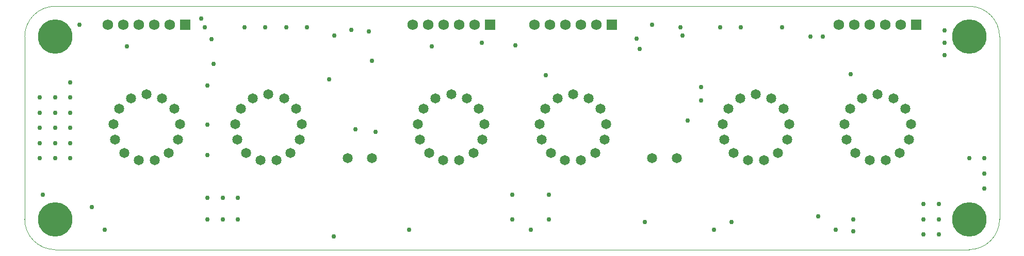
<source format=gbs>
G04*
G04 #@! TF.GenerationSoftware,Altium Limited,Altium Designer,23.4.1 (23)*
G04*
G04 Layer_Color=16711935*
%FSAX44Y44*%
%MOMM*%
G71*
G04*
G04 #@! TF.SameCoordinates,1AFE91A9-0CB0-4E6F-966B-FDDC03A74EF8*
G04*
G04*
G04 #@! TF.FilePolarity,Negative*
G04*
G01*
G75*
%ADD16C,0.1000*%
%ADD33C,1.6500*%
%ADD34C,1.7500*%
%ADD35R,1.7500X1.7500*%
%ADD36C,5.6500*%
%ADD37C,0.7500*%
D16*
X02900000Y02150000D02*
G03*
X02850000Y02200000I-00050000J00000000D01*
G01*
X01350000D02*
G03*
X01300000Y02150000I00000000J-00050000D01*
G01*
X02850000Y01800000D02*
G03*
X02900000Y01850000I00000000J00050000D01*
G01*
X01300000D02*
G03*
X01350000Y01800000I00050000J00000000D01*
G01*
Y02200000D02*
X02850000Y02200000D01*
X02900000Y02150000D02*
X02900000Y01850000D01*
X01350000Y01800000D02*
X02850000Y01800000D01*
X01300000Y01850000D02*
X01300000Y02150000D01*
D33*
X02700000Y02055000D02*
D03*
X02725559Y02048700D02*
D03*
X02745264Y02031244D02*
D03*
X02754599Y02006630D02*
D03*
X02751426Y01980498D02*
D03*
X02736473Y01958833D02*
D03*
X02713166Y01946599D02*
D03*
X02686834D02*
D03*
X02663527Y01958833D02*
D03*
X02648574Y01980498D02*
D03*
X02645401Y02006630D02*
D03*
X02654736Y02031244D02*
D03*
X02674441Y02048700D02*
D03*
X02500000Y02055000D02*
D03*
X02525560Y02048700D02*
D03*
X02545264Y02031244D02*
D03*
X02554599Y02006630D02*
D03*
X02551426Y01980498D02*
D03*
X02536473Y01958833D02*
D03*
X02513166Y01946599D02*
D03*
X02486834D02*
D03*
X02463527Y01958833D02*
D03*
X02448574Y01980498D02*
D03*
X02445401Y02006630D02*
D03*
X02454736Y02031244D02*
D03*
X02474440Y02048700D02*
D03*
X02370000Y01950000D02*
D03*
X02330000D02*
D03*
X02200000Y02055000D02*
D03*
X02225560Y02048700D02*
D03*
X02245264Y02031244D02*
D03*
X02254599Y02006630D02*
D03*
X02251426Y01980498D02*
D03*
X02236473Y01958833D02*
D03*
X02213166Y01946599D02*
D03*
X02186834D02*
D03*
X02163527Y01958833D02*
D03*
X02148574Y01980498D02*
D03*
X02145401Y02006630D02*
D03*
X02154736Y02031244D02*
D03*
X02174440Y02048700D02*
D03*
X02000000Y02055000D02*
D03*
X02025560Y02048700D02*
D03*
X02045264Y02031244D02*
D03*
X02054599Y02006630D02*
D03*
X02051426Y01980498D02*
D03*
X02036473Y01958833D02*
D03*
X02013166Y01946599D02*
D03*
X01986834D02*
D03*
X01963527Y01958833D02*
D03*
X01948574Y01980498D02*
D03*
X01945401Y02006630D02*
D03*
X01954736Y02031244D02*
D03*
X01974440Y02048700D02*
D03*
X01700000Y02055000D02*
D03*
X01725560Y02048700D02*
D03*
X01745264Y02031244D02*
D03*
X01754599Y02006630D02*
D03*
X01751426Y01980498D02*
D03*
X01736473Y01958833D02*
D03*
X01713166Y01946599D02*
D03*
X01686834D02*
D03*
X01663527Y01958833D02*
D03*
X01648574Y01980498D02*
D03*
X01645401Y02006630D02*
D03*
X01654736Y02031244D02*
D03*
X01674440Y02048700D02*
D03*
X01500000Y02055000D02*
D03*
X01525560Y02048700D02*
D03*
X01545264Y02031244D02*
D03*
X01554599Y02006630D02*
D03*
X01551426Y01980498D02*
D03*
X01536473Y01958833D02*
D03*
X01513166Y01946599D02*
D03*
X01486834D02*
D03*
X01463527Y01958833D02*
D03*
X01448574Y01980498D02*
D03*
X01445401Y02006630D02*
D03*
X01454736Y02031244D02*
D03*
X01474440Y02048700D02*
D03*
X01870000Y01950000D02*
D03*
X01830000D02*
D03*
D34*
X02636500Y02170000D02*
D03*
X02661900D02*
D03*
X02687300D02*
D03*
X02712700D02*
D03*
X02738100D02*
D03*
X02238100D02*
D03*
X02212700D02*
D03*
X02187300D02*
D03*
X02161900D02*
D03*
X02136500D02*
D03*
X01936500D02*
D03*
X01961900D02*
D03*
X01987300D02*
D03*
X02012700D02*
D03*
X02038100D02*
D03*
X01538100D02*
D03*
X01512700D02*
D03*
X01487300D02*
D03*
X01461900D02*
D03*
X01436500D02*
D03*
D35*
X02763500D02*
D03*
X02263500D02*
D03*
X02063500D02*
D03*
X01563500D02*
D03*
D36*
X02850000Y01850000D02*
D03*
X01350000Y02150000D02*
D03*
X02850000D02*
D03*
X01350000Y01850000D02*
D03*
D37*
X01808000Y02152000D02*
D03*
X01865000Y02159000D02*
D03*
X02050000Y02140000D02*
D03*
X02330000Y02170000D02*
D03*
X02590000Y02150000D02*
D03*
X02610000D02*
D03*
X02810000Y02120000D02*
D03*
Y02140000D02*
D03*
Y02160000D02*
D03*
X02850000Y01950000D02*
D03*
X02875000D02*
D03*
Y01925000D02*
D03*
Y01900000D02*
D03*
X02800000Y01825000D02*
D03*
Y01850000D02*
D03*
Y01875000D02*
D03*
X02775000D02*
D03*
Y01850000D02*
D03*
Y01825000D02*
D03*
X02660000Y01830000D02*
D03*
Y01850000D02*
D03*
X02602500Y01855000D02*
D03*
X02460000Y01845000D02*
D03*
X02317500D02*
D03*
X02160000Y01850000D02*
D03*
Y01890000D02*
D03*
X02100000D02*
D03*
Y01850000D02*
D03*
X01800000Y02080000D02*
D03*
X01870000Y02110000D02*
D03*
X01876107Y01993196D02*
D03*
X01330000Y01890000D02*
D03*
X01410000Y01870000D02*
D03*
X01375000Y02075000D02*
D03*
X01390000Y02170000D02*
D03*
X01590000Y02180000D02*
D03*
X01610000Y02105000D02*
D03*
X01600000Y02070000D02*
D03*
Y02005000D02*
D03*
Y01955000D02*
D03*
X01650000Y01885000D02*
D03*
X01625000D02*
D03*
X01600000D02*
D03*
X01650000Y01850000D02*
D03*
X01625000D02*
D03*
X01600000D02*
D03*
X01375000Y01950000D02*
D03*
Y01975000D02*
D03*
Y02000000D02*
D03*
Y02025000D02*
D03*
Y02050000D02*
D03*
X01350000D02*
D03*
Y02025000D02*
D03*
Y02000000D02*
D03*
Y01975000D02*
D03*
Y01950000D02*
D03*
X01325000D02*
D03*
Y01975000D02*
D03*
Y02000000D02*
D03*
Y02025000D02*
D03*
Y02050000D02*
D03*
X02155000Y02087000D02*
D03*
X02655500Y02088000D02*
D03*
X02410058Y02067082D02*
D03*
X02410000Y02045000D02*
D03*
X01807250Y01821250D02*
D03*
X02380000Y02152000D02*
D03*
X01968000Y02134000D02*
D03*
X02105000Y02136000D02*
D03*
X02304000Y02147000D02*
D03*
X02309000Y02130000D02*
D03*
X01763000Y02165000D02*
D03*
X01729000D02*
D03*
X01596000D02*
D03*
X02376000D02*
D03*
X02543000D02*
D03*
X02475000D02*
D03*
X02441000D02*
D03*
X01695000D02*
D03*
X01661000D02*
D03*
X01836000Y02161000D02*
D03*
X01607000Y02146000D02*
D03*
X01931088Y01832409D02*
D03*
X01431088D02*
D03*
X02131088D02*
D03*
X02631088D02*
D03*
X02431088D02*
D03*
X01842500Y01997500D02*
D03*
X02388000Y02012000D02*
D03*
X01468000Y02134000D02*
D03*
M02*

</source>
